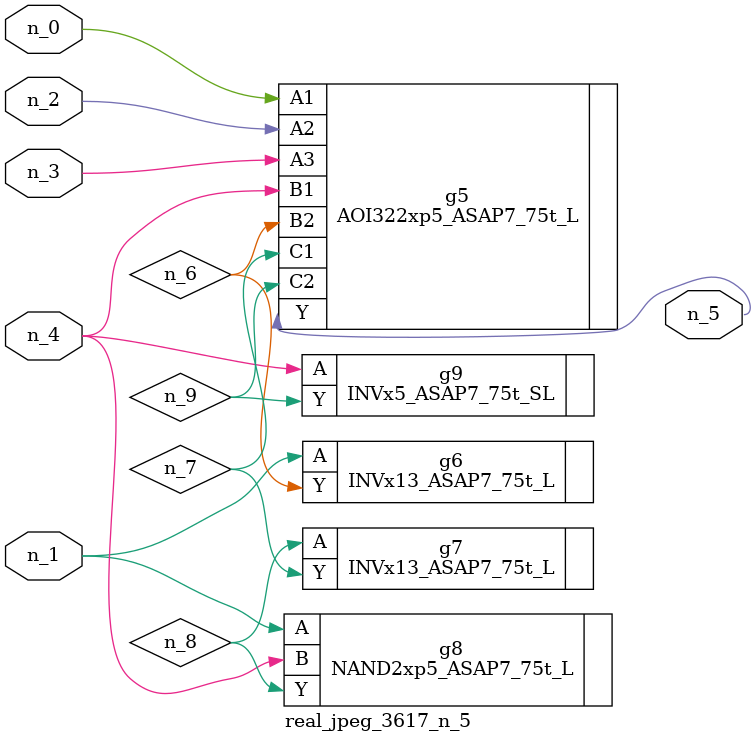
<source format=v>
module real_jpeg_3617_n_5 (n_4, n_0, n_1, n_2, n_3, n_5);

input n_4;
input n_0;
input n_1;
input n_2;
input n_3;

output n_5;

wire n_8;
wire n_6;
wire n_7;
wire n_9;

AOI322xp5_ASAP7_75t_L g5 ( 
.A1(n_0),
.A2(n_2),
.A3(n_3),
.B1(n_4),
.B2(n_6),
.C1(n_7),
.C2(n_9),
.Y(n_5)
);

INVx13_ASAP7_75t_L g6 ( 
.A(n_1),
.Y(n_6)
);

NAND2xp5_ASAP7_75t_L g8 ( 
.A(n_1),
.B(n_4),
.Y(n_8)
);

INVx5_ASAP7_75t_SL g9 ( 
.A(n_4),
.Y(n_9)
);

INVx13_ASAP7_75t_L g7 ( 
.A(n_8),
.Y(n_7)
);


endmodule
</source>
